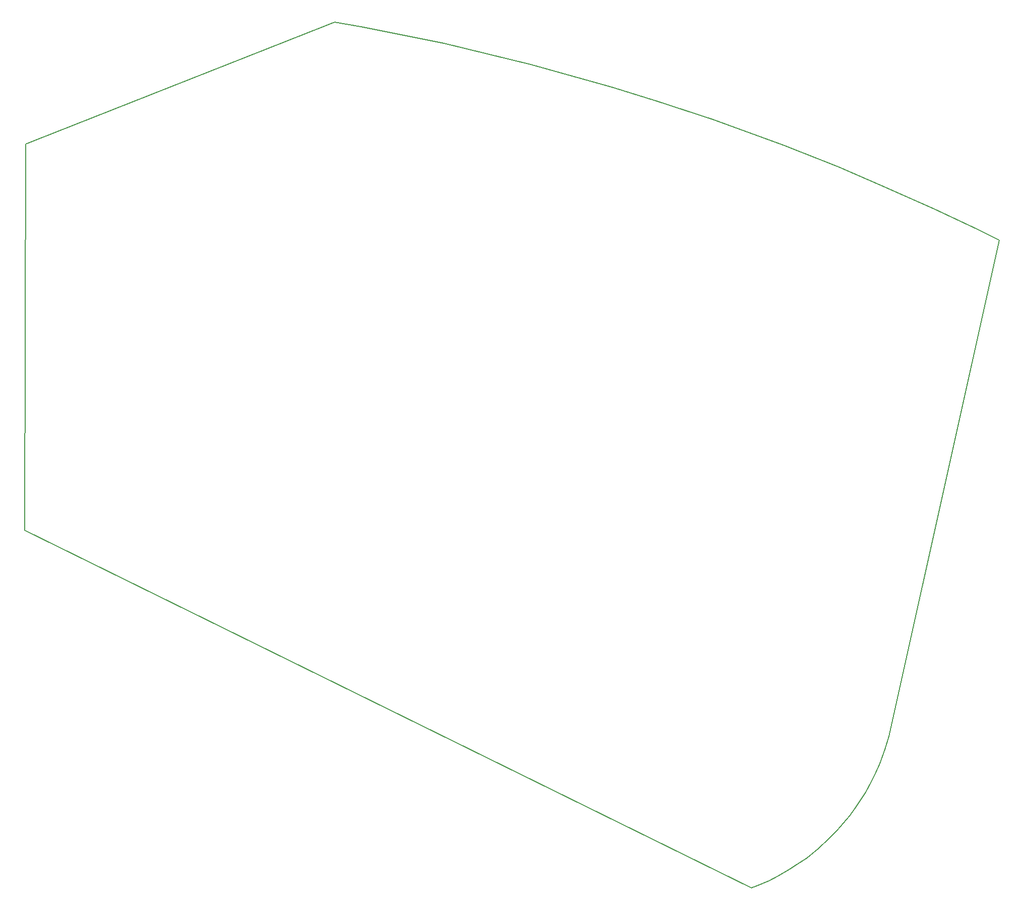
<source format=gbr>
G04 #@! TF.GenerationSoftware,KiCad,Pcbnew,(5.0.2)-1*
G04 #@! TF.CreationDate,2019-01-24T16:51:55+08:00*
G04 #@! TF.ProjectId,52Te_Rev,35325465-5f52-4657-962e-6b696361645f,rev?*
G04 #@! TF.SameCoordinates,Original*
G04 #@! TF.FileFunction,Profile,NP*
%FSLAX46Y46*%
G04 Gerber Fmt 4.6, Leading zero omitted, Abs format (unit mm)*
G04 Created by KiCad (PCBNEW (5.0.2)-1) date 24/01/2019 16:51:55*
%MOMM*%
%LPD*%
G01*
G04 APERTURE LIST*
%ADD10C,0.150000*%
G04 APERTURE END LIST*
D10*
X202440000Y-87280000D02*
X150550000Y-107760000D01*
X206880000Y-88050000D02*
X202440000Y-87280000D01*
X220810000Y-90850000D02*
X206880000Y-88050000D01*
X235370000Y-94380000D02*
X220810000Y-90850000D01*
X249040000Y-98220000D02*
X235370000Y-94380000D01*
X256680000Y-100600000D02*
X249040000Y-98220000D01*
X265980000Y-103650000D02*
X256680000Y-100600000D01*
X277770000Y-107960000D02*
X265980000Y-103650000D01*
X287060000Y-111570000D02*
X277770000Y-107960000D01*
X294270000Y-114720000D02*
X287060000Y-111570000D01*
X303180000Y-118650000D02*
X294270000Y-114720000D01*
X310390000Y-122060000D02*
X303180000Y-118650000D01*
X314100000Y-123910000D02*
X310390000Y-122060000D01*
X295580000Y-207310000D02*
X314100000Y-123910000D01*
X295270000Y-208420000D02*
X295580000Y-207310000D01*
X294920000Y-209530000D02*
X295270000Y-208420000D01*
X294030000Y-211940000D02*
X294920000Y-209530000D01*
X293280000Y-213640000D02*
X294030000Y-211940000D01*
X292610000Y-214990000D02*
X293280000Y-213640000D01*
X291680000Y-216730000D02*
X292610000Y-214990000D01*
X289830000Y-219540000D02*
X291680000Y-216730000D01*
X288960000Y-220740000D02*
X289830000Y-219540000D01*
X286910000Y-223160000D02*
X288960000Y-220740000D01*
X285530000Y-224560000D02*
X286910000Y-223160000D01*
X283760000Y-226180000D02*
X285530000Y-224560000D01*
X281760000Y-227810000D02*
X283760000Y-226180000D01*
X279950000Y-229050000D02*
X281760000Y-227810000D01*
X278930000Y-229710000D02*
X279950000Y-229050000D01*
X276880000Y-230890000D02*
X278930000Y-229710000D01*
X275400000Y-231630000D02*
X276880000Y-230890000D01*
X273410000Y-232480000D02*
X275400000Y-231630000D01*
X272480000Y-232830000D02*
X273410000Y-232480000D01*
X150410000Y-172700000D02*
X272480000Y-232830000D01*
X150550000Y-107760000D02*
X150410000Y-172700000D01*
M02*

</source>
